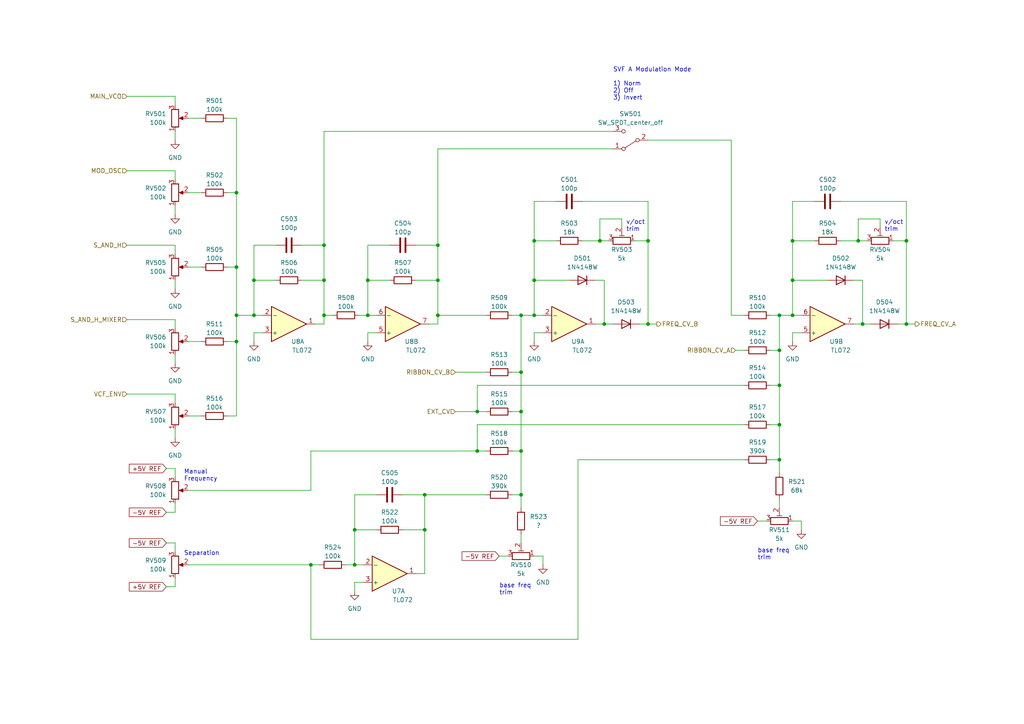
<source format=kicad_sch>
(kicad_sch (version 20211123) (generator eeschema)
  (paper "A4")
  (title_block (title "Josh Ox Ribbon Synth VCF/VCA board") (date "2022-06-16") (rev "0") (comment 1 "creativecommons.org/licenses/by/4.0/") (comment 2 "License: CC by 4.0") (comment 3 "Author: Jordan Aceto"))
  (lib_symbols
    (symbol "Amplifier_Operational:TL072" (pin_names (offset 0.127))
      (property "Reference" "U" (at 0 5.08 0))
      (property "Value" "TL072" (at 0 -5.08 0))
      (symbol "TL072_1_1"
        (polyline (pts (xy -5.08 5.08) (xy 5.08 0) (xy -5.08 -5.08) (xy -5.08 5.08)) (stroke (width 0.254)) (fill (type background)))
        (pin output line (at 7.62 0 180) (length 2.54) (name "~") (number "1"))
        (pin input line (at -7.62 -2.54 0) (length 2.54) (name "-") (number "2"))
        (pin input line (at -7.62 2.54 0) (length 2.54) (name "+") (number "3"))
      )
      (symbol "TL072_2_1"
        (polyline (pts (xy -5.08 5.08) (xy 5.08 0) (xy -5.08 -5.08) (xy -5.08 5.08)) (stroke (width 0.254)) (fill (type background)))
        (pin input line (at -7.62 2.54 0) (length 2.54) (name "+") (number "5"))
        (pin input line (at -7.62 -2.54 0) (length 2.54) (name "-") (number "6"))
        (pin output line (at 7.62 0 180) (length 2.54) (name "~") (number "7"))
      )
      (symbol "TL072_3_1"
        (pin power_in line (at -2.54 -7.62 90) (length 3.81) (name "V-") (number "4"))
        (pin power_in line (at -2.54 7.62 270) (length 3.81) (name "V+") (number "8"))
      )
    )
    (symbol "Device:C" (pin_numbers hide) (pin_names (offset 0.254))
      (property "Reference" "C" (at 0.635 2.54 0))
      (property "Value" "C" (at 0.635 -2.54 0))
      (symbol "C_0_1"
        (polyline (pts (xy -2.032 -0.762) (xy 2.032 -0.762)) (stroke (width 0.508)))
        (polyline (pts (xy -2.032 0.762) (xy 2.032 0.762)) (stroke (width 0.508)))
      )
      (symbol "C_1_1"
        (pin passive line (at 0 3.81 270) (length 2.794) (name "~") (number "1"))
        (pin passive line (at 0 -3.81 90) (length 2.794) (name "~") (number "2"))
      )
    )
    (symbol "Device:R" (pin_numbers hide) (pin_names (offset 0))
      (property "Reference" "R" (at 2.032 0 90))
      (property "Value" "R" (at 0 0 90))
      (symbol "R_0_1"
        (rectangle (start -1.016 -2.54) (end 1.016 2.54) (stroke (width 0.254)))
      )
      (symbol "R_1_1"
        (pin passive line (at 0 3.81 270) (length 1.27) (name "~") (number "1"))
        (pin passive line (at 0 -3.81 90) (length 1.27) (name "~") (number "2"))
      )
    )
    (symbol "Device:R_Potentiometer" (pin_names (offset 1.016) hide)
      (property "Reference" "RV" (at -4.445 0 90))
      (property "Value" "R_Potentiometer" (at -2.54 0 90))
      (symbol "R_Potentiometer_0_1"
        (polyline (pts (xy 2.54 0) (xy 1.524 0)))
        (polyline (pts (xy 1.143 0) (xy 2.286 0.508) (xy 2.286 -0.508) (xy 1.143 0)) (fill (type outline)))
        (rectangle (start 1.016 2.54) (end -1.016 -2.54) (stroke (width 0.254)))
      )
      (symbol "R_Potentiometer_1_1"
        (pin passive line (at 0 3.81 270) (length 1.27) (name "1") (number "1"))
        (pin passive line (at 3.81 0 180) (length 1.27) (name "2") (number "2"))
        (pin passive line (at 0 -3.81 90) (length 1.27) (name "3") (number "3"))
      )
    )
    (symbol "Device:R_Potentiometer_Trim" (pin_names (offset 1.016) hide)
      (property "Reference" "RV" (at -4.445 0 90))
      (property "Value" "R_Potentiometer_Trim" (at -2.54 0 90))
      (symbol "R_Potentiometer_Trim_0_1"
        (polyline (pts (xy 1.524 0.762) (xy 1.524 -0.762)))
        (polyline (pts (xy 2.54 0) (xy 1.524 0)))
        (rectangle (start 1.016 2.54) (end -1.016 -2.54) (stroke (width 0.254)))
      )
      (symbol "R_Potentiometer_Trim_1_1"
        (pin passive line (at 0 3.81 270) (length 1.27) (name "1") (number "1"))
        (pin passive line (at 3.81 0 180) (length 1.27) (name "2") (number "2"))
        (pin passive line (at 0 -3.81 90) (length 1.27) (name "3") (number "3"))
      )
    )
    (symbol "Diode:1N4148W" (pin_numbers hide) (pin_names (offset 1.016) hide)
      (property "Reference" "D" (at 0 2.54 0))
      (property "Value" "1N4148W" (at 0 -2.54 0))
      (symbol "1N4148W_0_1"
        (polyline (pts (xy -1.27 1.27) (xy -1.27 -1.27)) (stroke (width 0.254)))
        (polyline (pts (xy 1.27 0) (xy -1.27 0)))
        (polyline (pts (xy 1.27 1.27) (xy 1.27 -1.27) (xy -1.27 0) (xy 1.27 1.27)) (stroke (width 0.254)))
      )
      (symbol "1N4148W_1_1"
        (pin passive line (at -3.81 0 0) (length 2.54) (name "K") (number "1"))
        (pin passive line (at 3.81 0 180) (length 2.54) (name "A") (number "2"))
      )
    )
    (symbol "Switch:SW_SPDT" (pin_names (offset 0) hide)
      (property "Reference" "SW" (at 0 4.318 0))
      (property "Value" "SW_SPDT" (at 0 -5.08 0))
      (symbol "SW_SPDT_0_0"
        (circle (center -2.032 0) (radius 0.508))
        (circle (center 2.032 -2.54) (radius 0.508))
      )
      (symbol "SW_SPDT_0_1"
        (polyline (pts (xy -1.524 0.254) (xy 1.651 2.286)))
        (circle (center 2.032 2.54) (radius 0.508))
      )
      (symbol "SW_SPDT_1_1"
        (pin passive line (at 5.08 2.54 180) (length 2.54) (name "A") (number "1"))
        (pin passive line (at -5.08 0 0) (length 2.54) (name "B") (number "2"))
        (pin passive line (at 5.08 -2.54 180) (length 2.54) (name "C") (number "3"))
      )
    )
    (symbol "power:GND" (power) (pin_names (offset 0))
      (property "Value" "GND" (at 0 -3.81 0))
      (symbol "GND_0_1"
        (polyline (pts (xy 0 0) (xy 0 -1.27) (xy 1.27 -1.27) (xy 0 -2.54) (xy -1.27 -1.27) (xy 0 -1.27)))
      )
      (symbol "GND_1_1"
        (pin power_in line (at 0 0 270) (length 0) hide (name "GND") (number "1"))
      )
    )
  )
  (junction (at 250.19 93.98))
  (junction (at 68.58 91.44))
  (junction (at 151.13 119.38))
  (junction (at 187.96 69.85))
  (junction (at 93.98 81.28))
  (junction (at 226.06 133.35))
  (junction (at 187.96 93.98))
  (junction (at 226.06 91.44))
  (junction (at 175.26 93.98))
  (junction (at 229.87 81.28))
  (junction (at 102.87 163.83))
  (junction (at 68.58 55.88))
  (junction (at 226.06 101.6))
  (junction (at 123.19 153.67))
  (junction (at 127 71.12))
  (junction (at 262.89 69.85))
  (junction (at 123.19 143.51))
  (junction (at 151.13 91.44))
  (junction (at 73.66 81.28))
  (junction (at 90.17 163.83))
  (junction (at 229.87 91.44))
  (junction (at 127 91.44))
  (junction (at 151.13 143.51))
  (junction (at 68.58 77.47))
  (junction (at 154.94 69.85))
  (junction (at 73.66 91.44))
  (junction (at 102.87 153.67))
  (junction (at 106.68 81.28))
  (junction (at 93.98 71.12))
  (junction (at 138.43 130.81))
  (junction (at 127 81.28))
  (junction (at 226.06 123.19))
  (junction (at 93.98 91.44))
  (junction (at 154.94 91.44))
  (junction (at 154.94 81.28))
  (junction (at 68.58 99.06))
  (junction (at 138.43 119.38))
  (junction (at 248.92 69.85))
  (junction (at 151.13 130.81))
  (junction (at 226.06 111.76))
  (junction (at 106.68 91.44))
  (junction (at 173.99 69.85))
  (junction (at 151.13 107.95))
  (junction (at 229.87 69.85))
  (junction (at 262.89 93.98))
  (wire (pts (xy 148.59 143.51) (xy 151.13 143.51)))
  (wire (pts (xy 138.43 119.38) (xy 138.43 111.76)))
  (wire (pts (xy 229.87 81.28) (xy 240.03 81.28)))
  (wire (pts (xy 175.26 81.28) (xy 172.72 81.28)))
  (wire (pts (xy 109.22 91.44) (xy 106.68 91.44)))
  (wire (pts (xy 109.22 143.51) (xy 102.87 143.51)))
  (wire (pts (xy 50.8 135.89) (xy 50.8 138.43)))
  (wire (pts (xy 151.13 91.44) (xy 151.13 107.95)))
  (wire (pts (xy 50.8 127) (xy 50.8 124.46)))
  (wire (pts (xy 138.43 111.76) (xy 215.9 111.76)))
  (wire (pts (xy 90.17 142.24) (xy 90.17 130.81)))
  (wire (pts (xy 248.92 63.5) (xy 248.92 69.85)))
  (wire (pts (xy 157.48 163.83) (xy 157.48 161.29)))
  (wire (pts (xy 262.89 93.98) (xy 262.89 69.85)))
  (wire (pts (xy 90.17 185.42) (xy 167.64 185.42)))
  (wire (pts (xy 154.94 58.42) (xy 154.94 69.85)))
  (wire (pts (xy 36.83 71.12) (xy 50.8 71.12)))
  (wire (pts (xy 93.98 91.44) (xy 93.98 81.28)))
  (wire (pts (xy 124.46 93.98) (xy 127 93.98)))
  (wire (pts (xy 223.52 111.76) (xy 226.06 111.76)))
  (wire (pts (xy 73.66 71.12) (xy 73.66 81.28)))
  (wire (pts (xy 50.8 105.41) (xy 50.8 102.87)))
  (wire (pts (xy 50.8 49.53) (xy 50.8 52.07)))
  (wire (pts (xy 138.43 123.19) (xy 215.9 123.19)))
  (wire (pts (xy 73.66 96.52) (xy 76.2 96.52)))
  (wire (pts (xy 248.92 69.85) (xy 243.84 69.85)))
  (wire (pts (xy 48.26 157.48) (xy 50.8 157.48)))
  (wire (pts (xy 54.61 120.65) (xy 58.42 120.65)))
  (wire (pts (xy 173.99 63.5) (xy 173.99 69.85)))
  (wire (pts (xy 50.8 62.23) (xy 50.8 59.69)))
  (wire (pts (xy 113.03 71.12) (xy 106.68 71.12)))
  (wire (pts (xy 175.26 93.98) (xy 175.26 81.28)))
  (wire (pts (xy 50.8 157.48) (xy 50.8 160.02)))
  (wire (pts (xy 229.87 96.52) (xy 232.41 96.52)))
  (wire (pts (xy 168.91 58.42) (xy 187.96 58.42)))
  (wire (pts (xy 226.06 101.6) (xy 226.06 111.76)))
  (wire (pts (xy 236.22 58.42) (xy 229.87 58.42)))
  (wire (pts (xy 93.98 81.28) (xy 87.63 81.28)))
  (wire (pts (xy 177.8 43.18) (xy 127 43.18)))
  (wire (pts (xy 104.14 91.44) (xy 106.68 91.44)))
  (wire (pts (xy 54.61 34.29) (xy 58.42 34.29)))
  (wire (pts (xy 226.06 91.44) (xy 229.87 91.44)))
  (wire (pts (xy 177.8 38.1) (xy 93.98 38.1)))
  (wire (pts (xy 255.27 66.04) (xy 255.27 63.5)))
  (wire (pts (xy 50.8 71.12) (xy 50.8 73.66)))
  (wire (pts (xy 262.89 69.85) (xy 259.08 69.85)))
  (wire (pts (xy 232.41 153.67) (xy 232.41 151.13)))
  (wire (pts (xy 76.2 91.44) (xy 73.66 91.44)))
  (wire (pts (xy 127 91.44) (xy 127 81.28)))
  (wire (pts (xy 48.26 170.18) (xy 50.8 170.18)))
  (wire (pts (xy 173.99 69.85) (xy 168.91 69.85)))
  (wire (pts (xy 232.41 91.44) (xy 229.87 91.44)))
  (wire (pts (xy 50.8 170.18) (xy 50.8 167.64)))
  (wire (pts (xy 226.06 91.44) (xy 223.52 91.44)))
  (wire (pts (xy 180.34 66.04) (xy 180.34 63.5)))
  (wire (pts (xy 66.04 120.65) (xy 68.58 120.65)))
  (wire (pts (xy 50.8 83.82) (xy 50.8 81.28)))
  (wire (pts (xy 106.68 71.12) (xy 106.68 81.28)))
  (wire (pts (xy 66.04 99.06) (xy 68.58 99.06)))
  (wire (pts (xy 123.19 153.67) (xy 116.84 153.67)))
  (wire (pts (xy 229.87 81.28) (xy 229.87 91.44)))
  (wire (pts (xy 187.96 93.98) (xy 187.96 69.85)))
  (wire (pts (xy 250.19 81.28) (xy 247.65 81.28)))
  (wire (pts (xy 226.06 123.19) (xy 226.06 133.35)))
  (wire (pts (xy 154.94 69.85) (xy 161.29 69.85)))
  (wire (pts (xy 102.87 168.91) (xy 105.41 168.91)))
  (wire (pts (xy 229.87 69.85) (xy 229.87 81.28)))
  (wire (pts (xy 73.66 99.06) (xy 73.66 96.52)))
  (wire (pts (xy 54.61 142.24) (xy 90.17 142.24)))
  (wire (pts (xy 175.26 93.98) (xy 177.8 93.98)))
  (wire (pts (xy 226.06 133.35) (xy 226.06 137.16)))
  (wire (pts (xy 243.84 58.42) (xy 262.89 58.42)))
  (wire (pts (xy 127 93.98) (xy 127 91.44)))
  (wire (pts (xy 102.87 171.45) (xy 102.87 168.91)))
  (wire (pts (xy 120.65 166.37) (xy 123.19 166.37)))
  (wire (pts (xy 90.17 163.83) (xy 92.71 163.83)))
  (wire (pts (xy 229.87 99.06) (xy 229.87 96.52)))
  (wire (pts (xy 172.72 93.98) (xy 175.26 93.98)))
  (wire (pts (xy 102.87 163.83) (xy 102.87 153.67)))
  (wire (pts (xy 48.26 148.59) (xy 50.8 148.59)))
  (wire (pts (xy 87.63 71.12) (xy 93.98 71.12)))
  (wire (pts (xy 132.08 119.38) (xy 138.43 119.38)))
  (wire (pts (xy 154.94 69.85) (xy 154.94 81.28)))
  (wire (pts (xy 91.44 93.98) (xy 93.98 93.98)))
  (wire (pts (xy 185.42 93.98) (xy 187.96 93.98)))
  (wire (pts (xy 262.89 58.42) (xy 262.89 69.85)))
  (wire (pts (xy 93.98 91.44) (xy 96.52 91.44)))
  (wire (pts (xy 90.17 163.83) (xy 90.17 185.42)))
  (wire (pts (xy 151.13 91.44) (xy 148.59 91.44)))
  (wire (pts (xy 215.9 91.44) (xy 212.09 91.44)))
  (wire (pts (xy 106.68 91.44) (xy 106.68 81.28)))
  (wire (pts (xy 106.68 96.52) (xy 109.22 96.52)))
  (wire (pts (xy 148.59 119.38) (xy 151.13 119.38)))
  (wire (pts (xy 127 43.18) (xy 127 71.12)))
  (wire (pts (xy 167.64 185.42) (xy 167.64 133.35)))
  (wire (pts (xy 223.52 133.35) (xy 226.06 133.35)))
  (wire (pts (xy 212.09 91.44) (xy 212.09 40.64)))
  (wire (pts (xy 106.68 99.06) (xy 106.68 96.52)))
  (wire (pts (xy 66.04 55.88) (xy 68.58 55.88)))
  (wire (pts (xy 255.27 63.5) (xy 248.92 63.5)))
  (wire (pts (xy 127 71.12) (xy 127 81.28)))
  (wire (pts (xy 151.13 119.38) (xy 151.13 130.81)))
  (wire (pts (xy 127 91.44) (xy 140.97 91.44)))
  (wire (pts (xy 68.58 34.29) (xy 66.04 34.29)))
  (wire (pts (xy 105.41 163.83) (xy 102.87 163.83)))
  (wire (pts (xy 187.96 69.85) (xy 184.15 69.85)))
  (wire (pts (xy 93.98 38.1) (xy 93.98 71.12)))
  (wire (pts (xy 232.41 151.13) (xy 229.87 151.13)))
  (wire (pts (xy 180.34 63.5) (xy 173.99 63.5)))
  (wire (pts (xy 151.13 91.44) (xy 154.94 91.44)))
  (wire (pts (xy 54.61 99.06) (xy 58.42 99.06)))
  (wire (pts (xy 93.98 71.12) (xy 93.98 81.28)))
  (wire (pts (xy 50.8 40.64) (xy 50.8 38.1)))
  (wire (pts (xy 148.59 107.95) (xy 151.13 107.95)))
  (wire (pts (xy 132.08 107.95) (xy 140.97 107.95)))
  (wire (pts (xy 151.13 154.94) (xy 151.13 157.48)))
  (wire (pts (xy 48.26 135.89) (xy 50.8 135.89)))
  (wire (pts (xy 154.94 81.28) (xy 165.1 81.28)))
  (wire (pts (xy 148.59 130.81) (xy 151.13 130.81)))
  (wire (pts (xy 223.52 101.6) (xy 226.06 101.6)))
  (wire (pts (xy 226.06 144.78) (xy 226.06 147.32)))
  (wire (pts (xy 151.13 130.81) (xy 151.13 143.51)))
  (wire (pts (xy 229.87 58.42) (xy 229.87 69.85)))
  (wire (pts (xy 68.58 120.65) (xy 68.58 99.06)))
  (wire (pts (xy 226.06 91.44) (xy 226.06 101.6)))
  (wire (pts (xy 36.83 49.53) (xy 50.8 49.53)))
  (wire (pts (xy 54.61 77.47) (xy 58.42 77.47)))
  (wire (pts (xy 102.87 153.67) (xy 109.22 153.67)))
  (wire (pts (xy 36.83 114.3) (xy 50.8 114.3)))
  (wire (pts (xy 73.66 91.44) (xy 73.66 81.28)))
  (wire (pts (xy 138.43 130.81) (xy 138.43 123.19)))
  (wire (pts (xy 223.52 123.19) (xy 226.06 123.19)))
  (wire (pts (xy 116.84 143.51) (xy 123.19 143.51)))
  (wire (pts (xy 68.58 91.44) (xy 73.66 91.44)))
  (wire (pts (xy 226.06 111.76) (xy 226.06 123.19)))
  (wire (pts (xy 50.8 92.71) (xy 50.8 95.25)))
  (wire (pts (xy 161.29 58.42) (xy 154.94 58.42)))
  (wire (pts (xy 138.43 119.38) (xy 140.97 119.38)))
  (wire (pts (xy 247.65 93.98) (xy 250.19 93.98)))
  (wire (pts (xy 50.8 114.3) (xy 50.8 116.84)))
  (wire (pts (xy 120.65 71.12) (xy 127 71.12)))
  (wire (pts (xy 123.19 143.51) (xy 140.97 143.51)))
  (wire (pts (xy 157.48 91.44) (xy 154.94 91.44)))
  (wire (pts (xy 90.17 130.81) (xy 138.43 130.81)))
  (wire (pts (xy 154.94 96.52) (xy 157.48 96.52)))
  (wire (pts (xy 127 81.28) (xy 120.65 81.28)))
  (wire (pts (xy 100.33 163.83) (xy 102.87 163.83)))
  (wire (pts (xy 213.36 101.6) (xy 215.9 101.6)))
  (wire (pts (xy 73.66 81.28) (xy 80.01 81.28)))
  (wire (pts (xy 68.58 55.88) (xy 68.58 34.29)))
  (wire (pts (xy 54.61 55.88) (xy 58.42 55.88)))
  (wire (pts (xy 212.09 40.64) (xy 187.96 40.64)))
  (wire (pts (xy 36.83 92.71) (xy 50.8 92.71)))
  (wire (pts (xy 262.89 93.98) (xy 265.43 93.98)))
  (wire (pts (xy 219.71 151.13) (xy 222.25 151.13)))
  (wire (pts (xy 154.94 81.28) (xy 154.94 91.44)))
  (wire (pts (xy 80.01 71.12) (xy 73.66 71.12)))
  (wire (pts (xy 250.19 93.98) (xy 252.73 93.98)))
  (wire (pts (xy 123.19 143.51) (xy 123.19 153.67)))
  (wire (pts (xy 176.53 69.85) (xy 173.99 69.85)))
  (wire (pts (xy 151.13 143.51) (xy 151.13 147.32)))
  (wire (pts (xy 187.96 93.98) (xy 190.5 93.98)))
  (wire (pts (xy 66.04 77.47) (xy 68.58 77.47)))
  (wire (pts (xy 154.94 99.06) (xy 154.94 96.52)))
  (wire (pts (xy 106.68 81.28) (xy 113.03 81.28)))
  (wire (pts (xy 68.58 77.47) (xy 68.58 91.44)))
  (wire (pts (xy 144.78 161.29) (xy 147.32 161.29)))
  (wire (pts (xy 187.96 58.42) (xy 187.96 69.85)))
  (wire (pts (xy 157.48 161.29) (xy 154.94 161.29)))
  (wire (pts (xy 50.8 148.59) (xy 50.8 146.05)))
  (wire (pts (xy 54.61 163.83) (xy 90.17 163.83)))
  (wire (pts (xy 260.35 93.98) (xy 262.89 93.98)))
  (wire (pts (xy 123.19 153.67) (xy 123.19 166.37)))
  (wire (pts (xy 138.43 130.81) (xy 140.97 130.81)))
  (wire (pts (xy 50.8 27.94) (xy 50.8 30.48)))
  (wire (pts (xy 102.87 143.51) (xy 102.87 153.67)))
  (wire (pts (xy 36.83 27.94) (xy 50.8 27.94)))
  (wire (pts (xy 151.13 107.95) (xy 151.13 119.38)))
  (wire (pts (xy 251.46 69.85) (xy 248.92 69.85)))
  (wire (pts (xy 167.64 133.35) (xy 215.9 133.35)))
  (wire (pts (xy 68.58 91.44) (xy 68.58 99.06)))
  (wire (pts (xy 93.98 93.98) (xy 93.98 91.44)))
  (wire (pts (xy 250.19 93.98) (xy 250.19 81.28)))
  (wire (pts (xy 68.58 77.47) (xy 68.58 55.88)))
  (wire (pts (xy 229.87 69.85) (xy 236.22 69.85)))
  (text "Manual \nFrequency" (at 53.34 139.7 0) (effects (font (size 1.27 1.27)) (justify left bottom)))
  (text "SVF A Modulation Mode\n\n1) Norm\n2) Off\n3) Invert" (at 177.8 29.21 0) (effects (font (size 1.27 1.27)) (justify left bottom)))
  (text "Separation" (at 53.34 161.29 0) (effects (font (size 1.27 1.27)) (justify left bottom)))
  (text "base freq\ntrim" (at 144.78 172.72 0) (effects (font (size 1.27 1.27)) (justify left bottom)))
  (text "base freq\ntrim" (at 219.71 162.56 0) (effects (font (size 1.27 1.27)) (justify left bottom)))
  (text "v/oct \ntrim" (at 256.54 67.31 0) (effects (font (size 1.27 1.27)) (justify left bottom)))
  (text "v/oct \ntrim" (at 181.61 67.31 0) (effects (font (size 1.27 1.27)) (justify left bottom)))
  (global_label "-5V REF" (shape input) (at 48.26 148.59 180) (property "Intersheet References" "${INTERSHEET_REFS}" (effects hide)))
  (global_label "-5V REF" (shape input) (at 48.26 157.48 180) (property "Intersheet References" "${INTERSHEET_REFS}" (effects hide)))
  (global_label "-5V REF" (shape input) (at 144.78 161.29 180) (property "Intersheet References" "${INTERSHEET_REFS}" (effects hide)))
  (global_label "+5V REF" (shape input) (at 48.26 170.18 180) (property "Intersheet References" "${INTERSHEET_REFS}" (effects hide)))
  (global_label "-5V REF" (shape input) (at 219.71 151.13 180) (property "Intersheet References" "${INTERSHEET_REFS}" (effects hide)))
  (global_label "+5V REF" (shape input) (at 48.26 135.89 180) (property "Intersheet References" "${INTERSHEET_REFS}" (effects hide)))
  (hierarchical_label "RIBBON_CV_A" (shape input) (at 213.36 101.6 180))
  (hierarchical_label "EXT_CV" (shape input) (at 132.08 119.38 180))
  (hierarchical_label "VCF_ENV" (shape input) (at 36.83 114.3 180))
  (hierarchical_label "MAIN_VCO" (shape input) (at 36.83 27.94 180))
  (hierarchical_label "FREQ_CV_A" (shape output) (at 265.43 93.98 0))
  (hierarchical_label "S_AND_H_MIXER" (shape input) (at 36.83 92.71 180))
  (hierarchical_label "MOD_OSC" (shape input) (at 36.83 49.53 180))
  (hierarchical_label "S_AND_H" (shape input) (at 36.83 71.12 180))
  (hierarchical_label "RIBBON_CV_B" (shape input) (at 132.08 107.95 180))
  (hierarchical_label "FREQ_CV_B" (shape output) (at 190.5 93.98 0))
  (symbol (lib_id "power:GND") (at 229.87 99.06 0) (unit 1)
    (property "Reference" "#PWR0407" (effects hide))
    (property "Value" "GND" (at 229.87 104.14 0))
  )
  (symbol (lib_id "Device:C") (at 116.84 71.12 90) (unit 1)
    (property "Reference" "C504" (at 116.84 64.77 90))
    (property "Value" "100p" (at 116.84 67.31 90))
    (property "Footprint" "Capacitor_SMD:C_0805_2012Metric" (effects hide))
  )
  (symbol (lib_id "Device:C") (at 83.82 71.12 90) (unit 1)
    (property "Reference" "C503" (at 83.82 63.5 90))
    (property "Value" "100p" (at 83.82 66.04 90))
    (property "Footprint" "Capacitor_SMD:C_0805_2012Metric" (effects hide))
  )
  (symbol (lib_id "power:GND") (at 50.8 105.41 0) (unit 1)
    (property "Reference" "#PWR0408" (effects hide))
    (property "Value" "GND" (at 50.8 110.49 0))
  )
  (symbol (lib_id "power:GND") (at 50.8 127 0) (unit 1)
    (property "Reference" "#PWR0409" (effects hide))
    (property "Value" "GND" (at 50.8 132.08 0))
  )
  (symbol (lib_id "Device:C") (at 240.03 58.42 90) (unit 1)
    (property "Reference" "C502" (at 240.03 52.07 90))
    (property "Value" "100p" (at 240.03 54.61 90))
    (property "Footprint" "Capacitor_SMD:C_0805_2012Metric" (effects hide))
  )
  (symbol (lib_id "Device:R") (at 165.1 69.85 90) (unit 1)
    (property "Reference" "R503" (at 165.1 64.77 90))
    (property "Value" "18k" (at 165.1 67.31 90))
    (property "Footprint" "Resistor_SMD:R_0805_2012Metric" (effects hide))
  )
  (symbol (lib_id "Device:R") (at 62.23 34.29 90) (unit 1)
    (property "Reference" "R501" (at 62.23 29.21 90))
    (property "Value" "100k" (at 62.23 31.75 90))
    (property "Footprint" "Resistor_SMD:R_0805_2012Metric" (effects hide))
  )
  (symbol (lib_id "Device:R") (at 219.71 133.35 90) (unit 1)
    (property "Reference" "R519" (at 219.71 128.27 90))
    (property "Value" "390k" (at 219.71 130.81 90))
    (property "Footprint" "Resistor_SMD:R_0805_2012Metric" (effects hide))
  )
  (symbol (lib_id "Device:R_Potentiometer") (at 50.8 163.83 0) (mirror x) (unit 1)
    (property "Reference" "RV509" (at 48.26 162.5599 0) (effects (justify right)))
    (property "Value" "100k" (at 48.26 165.0999 0) (effects (justify right)))
    (property "Footprint" "Potentiometer_THT:Potentiometer_Alpha_RD901F-40-00D_Single_Vertical" (effects hide))
  )
  (symbol (lib_id "Device:R_Potentiometer") (at 50.8 99.06 0) (mirror x) (unit 1)
    (property "Reference" "RV506" (at 48.26 97.7899 0) (effects (justify right)))
    (property "Value" "100k" (at 48.26 100.3299 0) (effects (justify right)))
    (property "Footprint" "Potentiometer_THT:Potentiometer_Alpha_RD901F-40-00D_Single_Vertical" (effects hide))
  )
  (symbol (lib_id "Device:R") (at 62.23 99.06 90) (unit 1)
    (property "Reference" "R511" (at 62.23 93.98 90))
    (property "Value" "100k" (at 62.23 96.52 90))
    (property "Footprint" "Resistor_SMD:R_0805_2012Metric" (effects hide))
  )
  (symbol (lib_id "power:GND") (at 50.8 62.23 0) (unit 1)
    (property "Reference" "#PWR0402" (effects hide))
    (property "Value" "GND" (at 50.8 67.31 0))
  )
  (symbol (lib_id "Amplifier_Operational:TL072") (at 165.1 93.98 0) (mirror x) (unit 1)
    (property "Reference" "U9" (at 167.64 99.06 0))
    (property "Value" "TL072" (at 168.91 101.6 0))
    (property "Footprint" "Package_SO:SO-8_5.3x6.2mm_P1.27mm" (effects hide))
    (property "Datasheet" "http://www.ti.com/lit/ds/symlink/tl071.pdf" (effects hide))
  )
  (symbol (lib_id "Amplifier_Operational:TL072") (at 83.82 93.98 0) (mirror x) (unit 1)
    (property "Reference" "U8" (at 86.36 99.06 0))
    (property "Value" "TL072" (at 87.63 101.6 0))
    (property "Footprint" "Package_SO:SO-8_5.3x6.2mm_P1.27mm" (effects hide))
    (property "Datasheet" "http://www.ti.com/lit/ds/symlink/tl071.pdf" (effects hide))
  )
  (symbol (lib_id "Device:R_Potentiometer") (at 50.8 34.29 0) (mirror x) (unit 1)
    (property "Reference" "RV501" (at 48.26 33.0199 0) (effects (justify right)))
    (property "Value" "100k" (at 48.26 35.5599 0) (effects (justify right)))
    (property "Footprint" "Potentiometer_THT:Potentiometer_Alpha_RD901F-40-00D_Single_Vertical" (effects hide))
  )
  (symbol (lib_id "Device:R") (at 113.03 153.67 90) (unit 1)
    (property "Reference" "R522" (at 113.03 148.59 90))
    (property "Value" "100k" (at 113.03 151.13 90))
    (property "Footprint" "Resistor_SMD:R_0805_2012Metric" (effects hide))
  )
  (symbol (lib_id "Device:R") (at 62.23 77.47 90) (unit 1)
    (property "Reference" "R505" (at 62.23 72.39 90))
    (property "Value" "100k" (at 62.23 74.93 90))
    (property "Footprint" "Resistor_SMD:R_0805_2012Metric" (effects hide))
  )
  (symbol (lib_id "Device:R") (at 219.71 123.19 90) (unit 1)
    (property "Reference" "R517" (at 219.71 118.11 90))
    (property "Value" "100k" (at 219.71 120.65 90))
    (property "Footprint" "Resistor_SMD:R_0805_2012Metric" (effects hide))
  )
  (symbol (lib_id "Diode:1N4148W") (at 168.91 81.28 180) (unit 1)
    (property "Reference" "D501" (at 168.91 74.93 0))
    (property "Value" "1N4148W" (at 168.91 77.47 0))
    (property "Footprint" "Diode_SMD:D_SOD-123" (effects hide))
    (property "Datasheet" "https://www.vishay.com/docs/85748/1n4148w.pdf" (effects hide))
  )
  (symbol (lib_id "power:GND") (at 50.8 40.64 0) (unit 1)
    (property "Reference" "#PWR0401" (effects hide))
    (property "Value" "GND" (at 50.8 45.72 0))
  )
  (symbol (lib_id "Device:R_Potentiometer_Trim") (at 151.13 161.29 270) (mirror x) (unit 1)
    (property "Reference" "RV510" (at 151.13 163.83 90))
    (property "Value" "5k" (at 151.13 166.37 90))
    (property "Footprint" "Potentiometer_THT:Potentiometer_Bourns_3296W_Vertical" (effects hide))
  )
  (symbol (lib_id "Device:C") (at 113.03 143.51 90) (unit 1)
    (property "Reference" "C505" (at 113.03 137.16 90))
    (property "Value" "100p" (at 113.03 139.7 90))
    (property "Footprint" "Capacitor_SMD:C_0805_2012Metric" (effects hide))
  )
  (symbol (lib_id "Device:R") (at 151.13 151.13 180) (unit 1)
    (property "Reference" "R523" (at 156.21 149.86 0))
    (property "Value" "?" (at 156.21 152.4 0))
    (property "Footprint" "Resistor_SMD:R_0805_2012Metric" (effects hide))
  )
  (symbol (lib_id "Device:R") (at 144.78 130.81 90) (unit 1)
    (property "Reference" "R518" (at 144.78 125.73 90))
    (property "Value" "100k" (at 144.78 128.27 90))
    (property "Footprint" "Resistor_SMD:R_0805_2012Metric" (effects hide))
  )
  (symbol (lib_id "Device:R") (at 219.71 111.76 90) (unit 1)
    (property "Reference" "R514" (at 219.71 106.68 90))
    (property "Value" "100k" (at 219.71 109.22 90))
    (property "Footprint" "Resistor_SMD:R_0805_2012Metric" (effects hide))
  )
  (symbol (lib_id "Device:R") (at 116.84 81.28 90) (unit 1)
    (property "Reference" "R507" (at 116.84 76.2 90))
    (property "Value" "100k" (at 116.84 78.74 90))
    (property "Footprint" "Resistor_SMD:R_0805_2012Metric" (effects hide))
  )
  (symbol (lib_id "power:GND") (at 106.68 99.06 0) (unit 1)
    (property "Reference" "#PWR0405" (effects hide))
    (property "Value" "GND" (at 106.68 104.14 0))
  )
  (symbol (lib_id "Switch:SW_SPDT") (at 182.88 40.64 180) (unit 1)
    (property "Reference" "SW501" (at 182.88 33.02 0))
    (property "Value" "SW_SPDT_center_off" (at 182.88 35.56 0))
    (property "Footprint" "custom_footprints:SPDT_mini_toggle" (effects hide))
  )
  (symbol (lib_id "Diode:1N4148W") (at 256.54 93.98 180) (unit 1)
    (property "Reference" "D504" (at 256.54 87.63 0))
    (property "Value" "1N4148W" (at 256.54 90.17 0))
    (property "Footprint" "Diode_SMD:D_SOD-123" (effects hide))
    (property "Datasheet" "https://www.vishay.com/docs/85748/1n4148w.pdf" (effects hide))
  )
  (symbol (lib_id "Device:R") (at 226.06 140.97 180) (unit 1)
    (property "Reference" "R521" (at 231.14 139.7 0))
    (property "Value" "68k" (at 231.14 142.24 0))
    (property "Footprint" "Resistor_SMD:R_0805_2012Metric" (effects hide))
  )
  (symbol (lib_id "Device:R_Potentiometer") (at 50.8 120.65 0) (mirror x) (unit 1)
    (property "Reference" "RV507" (at 48.26 119.3799 0) (effects (justify right)))
    (property "Value" "100k" (at 48.26 121.9199 0) (effects (justify right)))
    (property "Footprint" "Potentiometer_THT:Potentiometer_Alpha_RD901F-40-00D_Single_Vertical" (effects hide))
  )
  (symbol (lib_id "Device:R") (at 144.78 107.95 90) (unit 1)
    (property "Reference" "R513" (at 144.78 102.87 90))
    (property "Value" "100k" (at 144.78 105.41 90))
    (property "Footprint" "Resistor_SMD:R_0805_2012Metric" (effects hide))
  )
  (symbol (lib_id "Device:R") (at 83.82 81.28 90) (unit 1)
    (property "Reference" "R506" (at 83.82 76.2 90))
    (property "Value" "100k" (at 83.82 78.74 90))
    (property "Footprint" "Resistor_SMD:R_0805_2012Metric" (effects hide))
  )
  (symbol (lib_id "Amplifier_Operational:TL072") (at 116.84 93.98 0) (mirror x) (unit 2)
    (property "Reference" "U8" (at 119.38 99.06 0))
    (property "Value" "TL072" (at 120.65 101.6 0))
    (property "Footprint" "Package_SO:SO-8_5.3x6.2mm_P1.27mm" (effects hide))
    (property "Datasheet" "http://www.ti.com/lit/ds/symlink/tl071.pdf" (effects hide))
  )
  (symbol (lib_id "Device:R") (at 144.78 119.38 90) (unit 1)
    (property "Reference" "R515" (at 144.78 114.3 90))
    (property "Value" "100k" (at 144.78 116.84 90))
    (property "Footprint" "Resistor_SMD:R_0805_2012Metric" (effects hide))
  )
  (symbol (lib_id "power:GND") (at 102.87 171.45 0) (unit 1)
    (property "Reference" "#PWR0410" (effects hide))
    (property "Value" "GND" (at 102.87 176.53 0))
  )
  (symbol (lib_id "Device:R_Potentiometer") (at 50.8 55.88 0) (mirror x) (unit 1)
    (property "Reference" "RV502" (at 48.26 54.6099 0) (effects (justify right)))
    (property "Value" "100k" (at 48.26 57.1499 0) (effects (justify right)))
    (property "Footprint" "Potentiometer_THT:Potentiometer_Alpha_RD901F-40-00D_Single_Vertical" (effects hide))
  )
  (symbol (lib_id "Device:R") (at 100.33 91.44 90) (unit 1)
    (property "Reference" "R508" (at 100.33 86.36 90))
    (property "Value" "100k" (at 100.33 88.9 90))
    (property "Footprint" "Resistor_SMD:R_0805_2012Metric" (effects hide))
  )
  (symbol (lib_id "Device:R") (at 144.78 143.51 90) (unit 1)
    (property "Reference" "R520" (at 144.78 138.43 90))
    (property "Value" "390k" (at 144.78 140.97 90))
    (property "Footprint" "Resistor_SMD:R_0805_2012Metric" (effects hide))
  )
  (symbol (lib_id "Device:R_Potentiometer_Trim") (at 226.06 151.13 270) (mirror x) (unit 1)
    (property "Reference" "RV511" (at 226.06 153.67 90))
    (property "Value" "5k" (at 226.06 156.21 90))
    (property "Footprint" "Potentiometer_THT:Potentiometer_Bourns_3296W_Vertical" (effects hide))
  )
  (symbol (lib_id "Device:R") (at 144.78 91.44 90) (unit 1)
    (property "Reference" "R509" (at 144.78 86.36 90))
    (property "Value" "100k" (at 144.78 88.9 90))
    (property "Footprint" "Resistor_SMD:R_0805_2012Metric" (effects hide))
  )
  (symbol (lib_id "power:GND") (at 157.48 163.83 0) (mirror y) (unit 1)
    (property "Reference" "#PWR0411" (effects hide))
    (property "Value" "GND" (at 157.48 168.91 0))
  )
  (symbol (lib_id "Device:R") (at 219.71 101.6 90) (unit 1)
    (property "Reference" "R512" (at 219.71 96.52 90))
    (property "Value" "100k" (at 219.71 99.06 90))
    (property "Footprint" "Resistor_SMD:R_0805_2012Metric" (effects hide))
  )
  (symbol (lib_id "Device:R") (at 62.23 120.65 90) (unit 1)
    (property "Reference" "R516" (at 62.23 115.57 90))
    (property "Value" "100k" (at 62.23 118.11 90))
    (property "Footprint" "Resistor_SMD:R_0805_2012Metric" (effects hide))
  )
  (symbol (lib_id "Diode:1N4148W") (at 243.84 81.28 180) (unit 1)
    (property "Reference" "D502" (at 243.84 74.93 0))
    (property "Value" "1N4148W" (at 243.84 77.47 0))
    (property "Footprint" "Diode_SMD:D_SOD-123" (effects hide))
    (property "Datasheet" "https://www.vishay.com/docs/85748/1n4148w.pdf" (effects hide))
  )
  (symbol (lib_id "Device:R") (at 96.52 163.83 90) (unit 1)
    (property "Reference" "R524" (at 96.52 158.75 90))
    (property "Value" "100k" (at 96.52 161.29 90))
    (property "Footprint" "Resistor_SMD:R_0805_2012Metric" (effects hide))
  )
  (symbol (lib_id "power:GND") (at 154.94 99.06 0) (unit 1)
    (property "Reference" "#PWR0406" (effects hide))
    (property "Value" "GND" (at 154.94 104.14 0))
  )
  (symbol (lib_id "Diode:1N4148W") (at 181.61 93.98 180) (unit 1)
    (property "Reference" "D503" (at 181.61 87.63 0))
    (property "Value" "1N4148W" (at 181.61 90.17 0))
    (property "Footprint" "Diode_SMD:D_SOD-123" (effects hide))
    (property "Datasheet" "https://www.vishay.com/docs/85748/1n4148w.pdf" (effects hide))
  )
  (symbol (lib_id "Device:R_Potentiometer_Trim") (at 180.34 69.85 270) (mirror x) (unit 1)
    (property "Reference" "RV503" (at 180.34 72.39 90))
    (property "Value" "5k" (at 180.34 74.93 90))
    (property "Footprint" "Potentiometer_THT:Potentiometer_Bourns_3296W_Vertical" (effects hide))
  )
  (symbol (lib_id "power:GND") (at 73.66 99.06 0) (unit 1)
    (property "Reference" "#PWR0404" (effects hide))
    (property "Value" "GND" (at 73.66 104.14 0))
  )
  (symbol (lib_id "Device:R_Potentiometer") (at 50.8 142.24 0) (mirror x) (unit 1)
    (property "Reference" "RV508" (at 48.26 140.9699 0) (effects (justify right)))
    (property "Value" "100k" (at 48.26 143.5099 0) (effects (justify right)))
    (property "Footprint" "Potentiometer_THT:Potentiometer_Alpha_RD901F-40-00D_Single_Vertical" (effects hide))
  )
  (symbol (lib_id "Device:R") (at 219.71 91.44 90) (unit 1)
    (property "Reference" "R510" (at 219.71 86.36 90))
    (property "Value" "100k" (at 219.71 88.9 90))
    (property "Footprint" "Resistor_SMD:R_0805_2012Metric" (effects hide))
  )
  (symbol (lib_id "Device:R") (at 240.03 69.85 90) (unit 1)
    (property "Reference" "R504" (at 240.03 64.77 90))
    (property "Value" "18k" (at 240.03 67.31 90))
    (property "Footprint" "Resistor_SMD:R_0805_2012Metric" (effects hide))
  )
  (symbol (lib_id "Device:R_Potentiometer_Trim") (at 255.27 69.85 270) (mirror x) (unit 1)
    (property "Reference" "RV504" (at 255.27 72.39 90))
    (property "Value" "5k" (at 255.27 74.93 90))
    (property "Footprint" "Potentiometer_THT:Potentiometer_Bourns_3296W_Vertical" (effects hide))
  )
  (symbol (lib_id "Amplifier_Operational:TL072") (at 113.03 166.37 0) (mirror x) (unit 1)
    (property "Reference" "U7" (at 115.57 171.45 0))
    (property "Value" "TL072" (at 116.84 173.99 0))
    (property "Footprint" "Package_SO:SO-8_5.3x6.2mm_P1.27mm" (effects hide))
    (property "Datasheet" "http://www.ti.com/lit/ds/symlink/tl071.pdf" (effects hide))
  )
  (symbol (lib_id "Device:R") (at 62.23 55.88 90) (unit 1)
    (property "Reference" "R502" (at 62.23 50.8 90))
    (property "Value" "100k" (at 62.23 53.34 90))
    (property "Footprint" "Resistor_SMD:R_0805_2012Metric" (effects hide))
  )
  (symbol (lib_id "power:GND") (at 232.41 153.67 0) (mirror y) (unit 1)
    (property "Reference" "#PWR0412" (effects hide))
    (property "Value" "GND" (at 232.41 158.75 0))
  )
  (symbol (lib_id "power:GND") (at 50.8 83.82 0) (unit 1)
    (property "Reference" "#PWR0403" (effects hide))
    (property "Value" "GND" (at 50.8 88.9 0))
  )
  (symbol (lib_id "Amplifier_Operational:TL072") (at 240.03 93.98 0) (mirror x) (unit 2)
    (property "Reference" "U9" (at 242.57 99.06 0))
    (property "Value" "TL072" (at 243.84 101.6 0))
    (property "Footprint" "Package_SO:SO-8_5.3x6.2mm_P1.27mm" (effects hide))
    (property "Datasheet" "http://www.ti.com/lit/ds/symlink/tl071.pdf" (effects hide))
  )
  (symbol (lib_id "Device:R_Potentiometer") (at 50.8 77.47 0) (mirror x) (unit 1)
    (property "Reference" "RV505" (at 48.26 76.1999 0) (effects (justify right)))
    (property "Value" "100k" (at 48.26 78.7399 0) (effects (justify right)))
    (property "Footprint" "Potentiometer_THT:Potentiometer_Alpha_RD901F-40-00D_Single_Vertical" (effects hide))
  )
  (symbol (lib_id "Device:C") (at 165.1 58.42 90) (unit 1)
    (property "Reference" "C501" (at 165.1 52.07 90))
    (property "Value" "100p" (at 165.1 54.61 90))
    (property "Footprint" "Capacitor_SMD:C_0805_2012Metric" (effects hide))
  )
)
</source>
